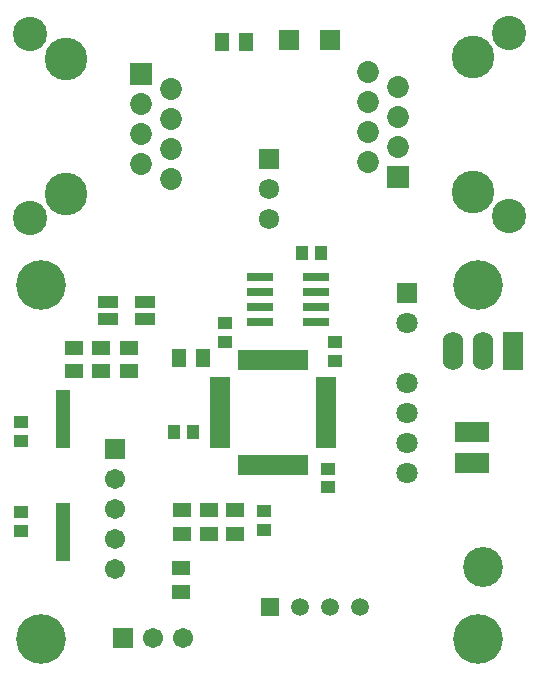
<source format=gts>
G04*
G04 #@! TF.GenerationSoftware,Altium Limited,Altium Designer,20.0.13 (296)*
G04*
G04 Layer_Color=8388736*
%FSLAX44Y44*%
%MOMM*%
G71*
G01*
G75*
%ADD27R,2.9232X1.7332*%
%ADD28R,1.7032X1.7032*%
%ADD29R,1.2032X1.6032*%
%ADD30R,1.6032X1.2032*%
%ADD31R,1.2200X4.9200*%
%ADD32R,1.2032X1.0032*%
%ADD33R,0.5032X1.7032*%
%ADD34R,1.7032X0.5032*%
%ADD35R,2.3200X0.7200*%
%ADD36R,1.0032X1.2032*%
%ADD37R,1.7032X1.1032*%
%ADD38C,1.7032*%
%ADD39R,1.7032X1.7032*%
%ADD40C,3.6032*%
%ADD41R,1.8532X1.8532*%
%ADD42C,1.8532*%
%ADD43C,2.9032*%
%ADD44R,1.7272X3.2512*%
%ADD45O,1.7272X3.2512*%
%ADD46C,3.3782*%
%ADD47C,1.8032*%
%ADD48R,1.8032X1.8032*%
%ADD49C,1.7200*%
%ADD50R,1.7200X1.7200*%
%ADD51C,1.4912*%
%ADD52R,1.4912X1.4912*%
%ADD53C,4.2032*%
D27*
X399250Y205160D02*
D03*
Y178340D02*
D03*
D28*
X279000Y537000D02*
D03*
X244000D02*
D03*
X103200Y30250D02*
D03*
D29*
X187750Y535250D02*
D03*
X207750D02*
D03*
X151000Y267500D02*
D03*
X171000D02*
D03*
D30*
X152250Y69750D02*
D03*
Y89750D02*
D03*
X108750Y256500D02*
D03*
Y276500D02*
D03*
X85250Y256500D02*
D03*
Y276500D02*
D03*
X62250Y256500D02*
D03*
Y276500D02*
D03*
X176000Y118750D02*
D03*
Y138750D02*
D03*
X153250D02*
D03*
Y118750D02*
D03*
X198750D02*
D03*
Y138750D02*
D03*
D31*
X52500Y216250D02*
D03*
Y120250D02*
D03*
D32*
X17250Y197250D02*
D03*
Y213250D02*
D03*
Y137500D02*
D03*
Y121500D02*
D03*
X190000Y297250D02*
D03*
Y281250D02*
D03*
X223250Y138250D02*
D03*
Y122250D02*
D03*
X282750Y281250D02*
D03*
Y265250D02*
D03*
X277250Y158000D02*
D03*
Y174000D02*
D03*
D33*
X203000Y266250D02*
D03*
X208000D02*
D03*
X213000D02*
D03*
X218000D02*
D03*
X223000D02*
D03*
X228000D02*
D03*
X233000D02*
D03*
X238000D02*
D03*
X243000D02*
D03*
X248000D02*
D03*
X253000D02*
D03*
X258000D02*
D03*
Y177250D02*
D03*
X253000D02*
D03*
X248000D02*
D03*
X243000D02*
D03*
X238000D02*
D03*
X233000D02*
D03*
X228000D02*
D03*
X223000D02*
D03*
X218000D02*
D03*
X213000D02*
D03*
X208000D02*
D03*
X203000D02*
D03*
D34*
X275000Y249250D02*
D03*
Y244250D02*
D03*
Y239250D02*
D03*
Y234250D02*
D03*
Y229250D02*
D03*
Y224250D02*
D03*
Y219250D02*
D03*
Y214250D02*
D03*
Y209250D02*
D03*
Y204250D02*
D03*
Y199250D02*
D03*
Y194250D02*
D03*
X186000D02*
D03*
Y199250D02*
D03*
Y204250D02*
D03*
Y209250D02*
D03*
Y214250D02*
D03*
Y219250D02*
D03*
Y224250D02*
D03*
Y229250D02*
D03*
Y234250D02*
D03*
Y239250D02*
D03*
Y244250D02*
D03*
Y249250D02*
D03*
D35*
X219250Y336050D02*
D03*
Y323350D02*
D03*
Y310650D02*
D03*
Y297950D02*
D03*
X267250Y336050D02*
D03*
Y323350D02*
D03*
Y310650D02*
D03*
Y297950D02*
D03*
D36*
X270750Y356250D02*
D03*
X254750D02*
D03*
X162750Y205250D02*
D03*
X146750D02*
D03*
D37*
X121750Y300750D02*
D03*
Y314750D02*
D03*
X90750D02*
D03*
Y300750D02*
D03*
D38*
X154000Y30250D02*
D03*
X128600D02*
D03*
X97000Y89300D02*
D03*
Y114700D02*
D03*
Y140100D02*
D03*
Y165500D02*
D03*
D39*
Y190900D02*
D03*
D40*
X399500Y408100D02*
D03*
Y522400D02*
D03*
X55250Y521200D02*
D03*
Y406900D02*
D03*
D41*
X336000Y420800D02*
D03*
X118750Y508500D02*
D03*
D42*
X310600Y433500D02*
D03*
X336000Y446200D02*
D03*
X310600Y458900D02*
D03*
X336000Y471600D02*
D03*
X310600Y484300D02*
D03*
X336000Y497000D02*
D03*
X310600Y509700D02*
D03*
X144150Y495800D02*
D03*
X118750Y483100D02*
D03*
X144150Y470400D02*
D03*
X118750Y457700D02*
D03*
X144150Y445000D02*
D03*
X118750Y432300D02*
D03*
X144150Y419600D02*
D03*
D43*
X430000Y387750D02*
D03*
Y542750D02*
D03*
X24750Y541550D02*
D03*
Y386550D02*
D03*
D44*
X433900Y273500D02*
D03*
D45*
X408500D02*
D03*
X383100D02*
D03*
D46*
X408500Y91000D02*
D03*
D47*
X344000Y170550D02*
D03*
Y195950D02*
D03*
Y221350D02*
D03*
Y246750D02*
D03*
Y297550D02*
D03*
D48*
Y322950D02*
D03*
D49*
X226750Y410500D02*
D03*
Y385100D02*
D03*
D50*
Y435900D02*
D03*
D51*
X304000Y56500D02*
D03*
X278600D02*
D03*
X253200D02*
D03*
D52*
X227800D02*
D03*
D53*
X34500Y329750D02*
D03*
X404500D02*
D03*
Y29750D02*
D03*
X34500D02*
D03*
M02*

</source>
